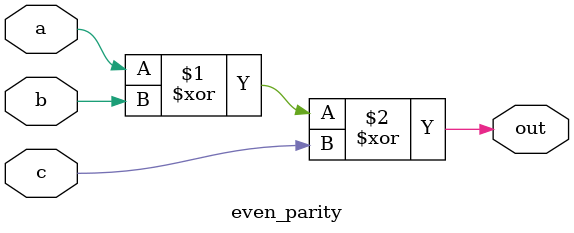
<source format=v>
`timescale 1ns / 1ps


module even_parity(a,b,c,out);
input a,b,c;
output out;

assign out= a ^ b ^ c; 
endmodule

</source>
